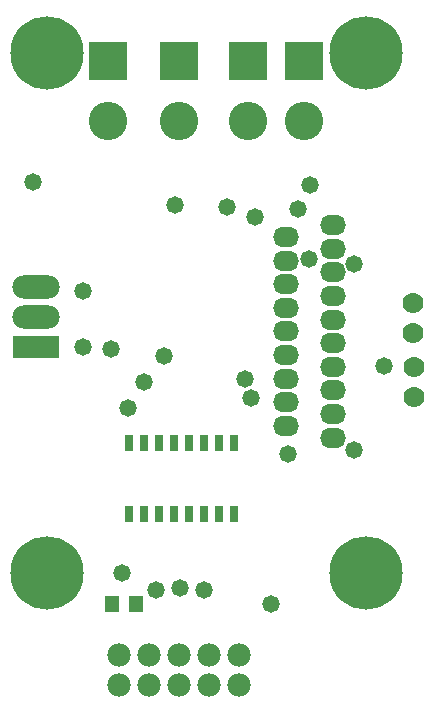
<source format=gts>
%FSLAX24Y24*%
%MOIN*%
G70*
G01*
G75*
G04 Layer_Color=8388736*
%ADD10R,0.0400X0.0500*%
%ADD11R,0.0200X0.0500*%
%ADD12C,0.0236*%
%ADD13C,0.0315*%
%ADD14R,0.1200X0.1200*%
%ADD15C,0.1200*%
%ADD16O,0.0787X0.0591*%
%ADD17O,0.1500X0.0700*%
%ADD18R,0.1500X0.0700*%
%ADD19C,0.0700*%
%ADD20C,0.2362*%
%ADD21C,0.0620*%
%ADD22C,0.0500*%
%ADD23R,0.0500X0.0400*%
%ADD24C,0.0787*%
%ADD25C,0.1181*%
%ADD26C,0.0984*%
%ADD27C,0.0591*%
%ADD28C,0.0100*%
%ADD29C,0.0039*%
%ADD30C,0.0120*%
%ADD31C,0.0020*%
%ADD32R,0.0480X0.0580*%
%ADD33R,0.0280X0.0580*%
%ADD34R,0.1280X0.1280*%
%ADD35C,0.1280*%
%ADD36O,0.0867X0.0671*%
%ADD37O,0.1580X0.0780*%
%ADD38R,0.1580X0.0780*%
%ADD39C,0.0780*%
%ADD40C,0.2442*%
%ADD41C,0.0580*%
G54D19*
X-18340Y4860D02*
D03*
Y5860D02*
D03*
X-18310Y2730D02*
D03*
Y3730D02*
D03*
G54D32*
X-27550Y-4160D02*
D03*
X-28350D02*
D03*
G54D33*
X-27800Y1181D02*
D03*
X-27300D02*
D03*
X-26300D02*
D03*
X-26800D02*
D03*
X-25300D02*
D03*
X-25800D02*
D03*
X-24300D02*
D03*
X-24800D02*
D03*
Y-1180D02*
D03*
X-24300D02*
D03*
X-25800D02*
D03*
X-25300D02*
D03*
X-26800D02*
D03*
X-26300D02*
D03*
X-27300D02*
D03*
X-27800D02*
D03*
G54D34*
X-21970Y13930D02*
D03*
X-28510D02*
D03*
X-23840D02*
D03*
X-26140Y13920D02*
D03*
G54D35*
X-21970Y11930D02*
D03*
X-28510D02*
D03*
X-23840D02*
D03*
X-26140Y11920D02*
D03*
G54D36*
X-22575Y1767D02*
D03*
Y2554D02*
D03*
Y3342D02*
D03*
Y4129D02*
D03*
Y4917D02*
D03*
Y5704D02*
D03*
Y6492D02*
D03*
Y7279D02*
D03*
Y8066D02*
D03*
X-21000Y1373D02*
D03*
Y2161D02*
D03*
Y2948D02*
D03*
Y3736D02*
D03*
Y4523D02*
D03*
Y5310D02*
D03*
Y6098D02*
D03*
Y6885D02*
D03*
Y7673D02*
D03*
Y8460D02*
D03*
G54D37*
X-30900Y6410D02*
D03*
Y5410D02*
D03*
G54D38*
Y4410D02*
D03*
G54D39*
X-24120Y-5880D02*
D03*
X-28120Y-6880D02*
D03*
Y-5880D02*
D03*
X-27120Y-6880D02*
D03*
Y-5880D02*
D03*
X-26120Y-6880D02*
D03*
Y-5880D02*
D03*
X-25120Y-6880D02*
D03*
Y-5880D02*
D03*
X-24120Y-6880D02*
D03*
G54D40*
X-19899Y-3133D02*
D03*
X-30529D02*
D03*
Y14189D02*
D03*
X-19899D02*
D03*
G54D41*
X-27300Y3240D02*
D03*
X-30990Y9910D02*
D03*
X-21760Y9810D02*
D03*
X-24530Y9050D02*
D03*
X-26270Y9130D02*
D03*
X-22150Y8990D02*
D03*
X-19300Y3750D02*
D03*
X-21800Y7320D02*
D03*
X-20290Y7150D02*
D03*
Y970D02*
D03*
X-25308Y-3718D02*
D03*
X-26095Y-3645D02*
D03*
X-26883Y-3713D02*
D03*
X-28040Y-3130D02*
D03*
X-23932Y3342D02*
D03*
X-26640Y4100D02*
D03*
X-22480Y830D02*
D03*
X-28390Y4320D02*
D03*
X-29320Y6250D02*
D03*
X-23600Y8740D02*
D03*
X-23064Y-4166D02*
D03*
X-23740Y2700D02*
D03*
X-29320Y4410D02*
D03*
X-27840Y2370D02*
D03*
M02*

</source>
